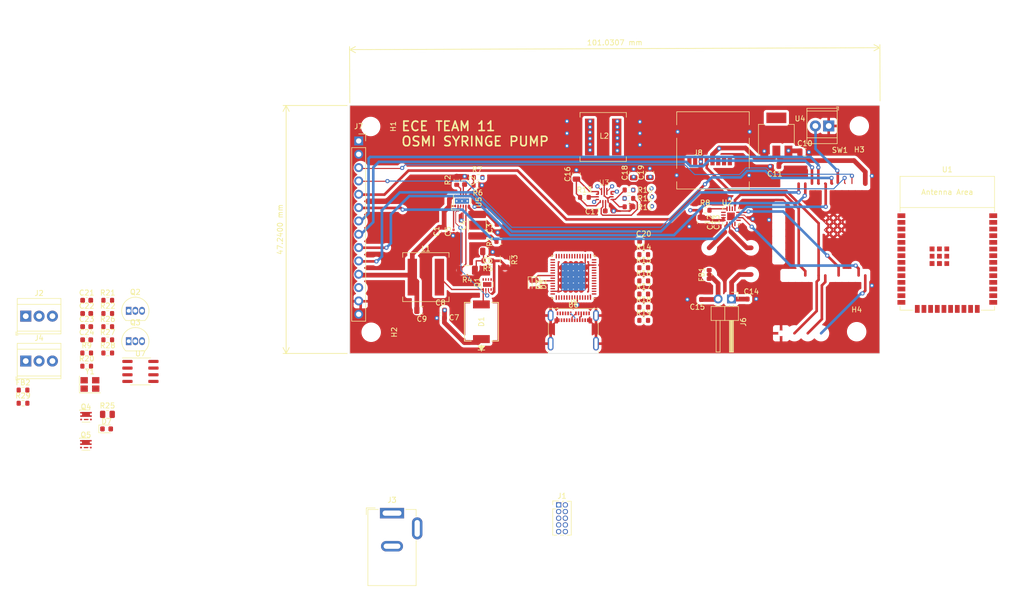
<source format=kicad_pcb>
(kicad_pcb (version 20221018) (generator pcbnew)
  (layers (0 "F.Cu" mixed) (1 "In1.Cu" power) (2 "In2.Cu" power) (31 "B.Cu" signal) (34 "B.Paste" user) (35 "F.Paste" user) (36 "B.SilkS" user "B.Silkscreen") (37 "F.SilkS" user "F.Silkscreen") (38 "B.Mask" user) (39 "F.Mask" user) (44 "Edge.Cuts" user))
  (net 0 "")
  (net 1 "GND")
  (net 2 "+5V")
  (net 3 "Net-(U5-SS)")
  (net 4 "Net-(U5-COMP)")
  (net 5 "Net-(C4-Pad1)")
  (net 6 "Net-(U5-VCC)")
  (net 7 "Net-(C6-Pad2)")
  (net 8 "+12V")
  (net 9 "Net-(J6-Pin_1)")
  (net 10 "Net-(J6-Pin_2)")
  (net 11 "/Power/V_in")
  (net 12 "Net-(U3-VAUX)")
  (net 13 "Net-(D1-A)")
  (net 14 "Net-(U2-OUTP)")
  (net 15 "Net-(U2-OUTN)")
  (net 16 "+3.3V")
  (net 17 "/JTAG_TMS")
  (net 18 "/JTAG_TCK")
  (net 19 "/JTAG_TDO")
  (net 20 "/JTAG_TDI")
  (net 21 "/SCLK")
  (net 22 "/CIPO")
  (net 23 "/COPI")
  (net 24 "Net-(D7-K)")
  (net 25 "/C1_PWM")
  (net 26 "/C1_CS")
  (net 27 "/IO33")
  (net 28 "/IO32")
  (net 29 "/C1_Limit")
  (net 30 "/Power/USB_Vin")
  (net 31 "unconnected-(J7-Pin_9-Pad9)")
  (net 34 "/SD_CS")
  (net 35 "/ESP_EN")
  (net 37 "Net-(U3-L1)")
  (net 38 "Net-(U3-L2)")
  (net 39 "Net-(Q1-G)")
  (net 40 "Net-(Q1-S)")
  (net 41 "Net-(U5-RT)")
  (net 42 "Net-(U5-CS)")
  (net 43 "Net-(U5-FB)")
  (net 44 "Net-(U3-FB)")
  (net 45 "/ESTOP")
  (net 46 "/ESP_IO0_B")
  (net 47 "/TXD")
  (net 48 "/RXD")
  (net 49 "Net-(U7-DI)")
  (net 53 "/Display_RST")
  (net 55 "/Display_DC")
  (net 56 "/Display_CS")
  (net 57 "/IO17")
  (net 58 "/Touch_CS")
  (net 59 "/IO21")
  (net 60 "/IO22")
  (net 62 "Net-(U3-PG)")
  (net 63 "Net-(U3-EN)")
  (net 65 "/SD_MODE")
  (net 66 "+1V2")
  (net 67 "Net-(D2-A)")
  (net 68 "Net-(D3-A)")
  (net 70 "Net-(Q5-D)")
  (net 73 "/usb/PD1_CC1")
  (net 74 "/usb/D+")
  (net 75 "/usb/D-")
  (net 81 "/usb/PD1_CC2")
  (net 85 "/usb/RTS")
  (net 86 "Net-(Q3-B)")
  (net 87 "/usb/DTR")
  (net 88 "Net-(Q2-B)")
  (net 89 "Net-(U6-ADBUS1)")
  (net 90 "Net-(U6-ADBUS0)")
  (net 91 "+3V3")
  (net 92 "/usb/EECS")
  (net 93 "/usb/EECLK")
  (net 94 "/usb/EEDATA")
  (net 100 "Net-(U6-OSCI)")
  (net 101 "Net-(U6-OSCO)")
  (net 116 "Net-(U6-REF)")
  (net 117 "/usb/PD1_SVBUS")
  (net 118 "/usb/TXLED")
  (net 119 "/usb/RXLED")
  (footprint "Resistor_SMD:R_0603_1608Metric" (layer "F.Cu") (at 36.0085 126.256)
    (fp_text reference "R28")
    (fp_text value "10k")
  )
  (footprint "Resistor_SMD:R_0603_1608Metric" (layer "F.Cu") (at 36.0085 118.726)
    (fp_text reference "R22")
    (fp_text value "2k")
  )
  (footprint "Resistor_SMD:R_0603_1608Metric" (layer "F.Cu") (at 110.9 105 180)
    (fp_text reference "R1")
    (fp_text value "3.3k")
  )
  (footprint "Package_TO_SOT_THT:TO-92_Inline" (layer "F.Cu") (at 39.9985 124.006)
    (fp_text reference "Q3")
    (fp_text value "S8050")
  )
  (footprint "MountingHole:MountingHole_3.2mm_M3" (layer "F.Cu") (at 178.7 122.2)
    (fp_text reference "H4")
    (fp_text value "MountingHole")
  )
  (footprint "Connector_PinHeader_1.27mm:PinHeader_2x05_P1.27mm_Vertical" (layer "F.Cu") (at 121.92 155.194)
    (fp_text reference "J1")
    (fp_text value "Conn_02x05_Odd_Even")
  )
  (footprint "Resistor_SMD:R_0603_1608Metric" (layer "F.Cu") (at 19.8685 135.826)
    (fp_text reference "R29")
    (fp_text value "10k")
  )
  (footprint "Capacitor_SMD:C_0603_1608Metric" (layer "F.Cu") (at 31.9985 123.746)
    (fp_text reference "C24")
    (fp_text value ".1u")
  )
  (footprint "Capacitor_SMD:C_0603_1608Metric" (layer "F.Cu") (at 99.4 118.1)
    (fp_text reference "C8")
    (fp_text value "1uF")
  )
  (footprint "Capacitor_SMD:C_0603_1608Metric" (layer "F.Cu") (at 131.575 99.2)
    (fp_text reference "C17")
    (fp_text value "100nF")
  )
  (footprint "Inductor_SMD:L_Coilcraft_XAL8050-223" (layer "F.Cu") (at 96.62 111.8)
    (fp_text reference "L1")
    (fp_text value "2.2uH")
  )
  (footprint "Resistor_SMD:R_0603_1608Metric" (layer "F.Cu") (at 19.8685 133.316)
    (fp_text reference "FB2")
    (fp_text value "FerriteBead")
  )
  (footprint "Resistor_SMD:R_0603_1608Metric" (layer "F.Cu") (at 135.3 96.8)
    (fp_text reference "R12")
    (fp_text value "100k")
  )
  (footprint "Resistor_SMD:R_0603_1608Metric" (layer "F.Cu") (at 108.425 108.7 180)
    (fp_text reference "R5")
    (fp_text value "100")
  )
  (footprint "Capacitor_SMD:C_0603_1608Metric" (layer "F.Cu") (at 110.2 102.525 90)
    (fp_text reference "C3")
    (fp_text value "6.8nF")
  )
  (footprint "Capacitor_SMD:C_0603_1608Metric" (layer "F.Cu") (at 99.375 119.6)
    (fp_text reference "C7")
    (fp_text value "22uF")
  )
  (footprint "Package_DFN_QFN:QFN-16-1EP_3x3mm_P0.5mm_EP1.45x1.45mm" (layer "F.Cu") (at 154.75 100.219746 -90)
    (fp_text reference "U2")
    (fp_text value "~")
  )
  (footprint "Resistor_SMD:R_0603_1608Metric" (layer "F.Cu") (at 138.122 110.004)
    (fp_text reference "R15")
    (fp_text value "10k 1%")
  )
  (footprint "Package_TO_SOT_SMD:SOT-223" (layer "F.Cu") (at 163.4 84.6 90)
    (fp_text reference "U4")
    (fp_text value "AMS1117-3.3")
  )
  (footprint "TerminalBlock_TE-Connectivity:TerminalBlock_TE_282834-3_1x03_P2.54mm_Horizontal" (layer "F.Cu") (at 20.3885 127.786)
    (fp_text reference "J4")
    (fp_text value "C1")
  )
  (footprint "Connector_Card:microSD_HC_Molex_47219-2001" (layer "F.Cu") (at 151.325 87.65 180)
    (fp_text reference "J8")
    (fp_text value "Micro_SD_Card")
  )
  (footprint "Resistor_SMD:R_0603_1608Metric" (layer "F.Cu") (at 138.122 112.514)
    (fp_text reference "R16")
    (fp_text value "1k")
  )
  (footprint "Resistor_SMD:R_0603_1608Metric" (layer "F.Cu") (at 36.0085 116.216)
    (fp_text reference "R21")
    (fp_text value "15k 1%")
  )
  (footprint "Resistor_SMD:R_0603_1608Metric" (layer "F.Cu") (at 36.0085 121.236)
    (fp_text reference "R26")
    (fp_text value "10k")
  )
  (footprint "LED_SMD:LED_0603_1608Metric" (layer "F.Cu") (at 117.602 113.193 -90)
    (fp_text reference "D2")
    (fp_text value "BLUE")
  )
  (footprint "Capacitor_SMD:C_0603_1608Metric" (layer "F.Cu") (at 31.9985 116.216)
    (fp_text reference "C21")
    (fp_text value "18pf")
  )
  (footprint "Resistor_SMD:R_0603_1608Metric" (layer "F.Cu") (at 36.0085 123.746)
    (fp_text reference "R27")
    (fp_text value "10k")
  )
  (footprint "Resistor_SMD:R_0805_2012Metric" (layer "F.Cu") (at 35.9485 137.946)
    (fp_text reference "R25")
    (fp_text value "100")
  )
  (footprint "SL42_E3_57T:CR_2-E3&slash_57T_VIS" (layer "F.Cu") (at 107.2 120.3 90)
    (fp_text reference "D1")
    (fp_text value "D_Schottky")
  )
  (footprint "Inductor_SMD:L_Coilcraft_XAL8050-223" (layer "F.Cu") (at 130.4 85.1)
    (fp_text reference "L2")
    (fp_text value "L")
  )
  (footprint "Resistor_SMD:R_0603_1608Metric" (layer "F.Cu") (at 31.9985 128.766)
    (fp_text reference "R20")
    (fp_text value "100k 1%")
  )
  (footprint "Connector_PinSocket_2.54mm:PinSocket_1x14_P2.54mm_Vertical" (layer "F.Cu") (at 83.82 85.852)
    (fp_text reference "J7")
    (fp_text value "Display Socket")
  )
  (footprint "Capacitor_SMD:C_0805_2012Metric" (layer "F.Cu") (at 136.2 91.925 90)
    (fp_text reference "C18")
    (fp_text value "10uF")
  )
  (footprint "Capacitor_SMD:C_0603_1608Metric" (layer "F.Cu") (at 31.9985 118.726)
    (fp_text reference "C22")
    (fp_text value "18pf")
  )
  (footprint "Connector_PinHeader_2.54mm:PinHeader_1x02_P2.54mm_Horizontal" (layer "F.Cu") (at 154.84 115.957246 -90)
    (fp_text reference "J6")
    (fp_text value "Conn_01x02_Pin")
  )
  (footprint "Capacitor_SMD:C_0603_1608Metric" (layer "F.Cu") (at 150.6 101.332246 -90)
    (fp_text reference "C13")
    (fp_text value "0.1uF")
  )
  (footprint "Resistor_SMD:R_0603_1608Metric" (layer "F.Cu") (at 138.122 117.534)
    (fp_text reference "R18")
    (fp_text value "25")
  )
  (footprint "Capacitor_SMD:C_0603_1608Metric" (layer "F.Cu") (at 138.122 104.984)
    (fp_text reference "C20")
    (fp_text value "3.3u")
  )
  (footprint "Package_TO_SOT_SMD:Vishay_PowerPAK_SC70-6L_Single" (layer "F.Cu") (at 31.8685 138.276)
    (fp_text reference "Q4")
    (fp_text value "PMOS")
  )
  (footprint "Resistor_SMD:R_0603_1608Metric" (layer "F.Cu") (at 106.575 92.8)
    (fp_text reference "R7")
    (fp_text value "27.4")
  )
  (footprint "Package_TO_SOT_SMD:Vishay_PowerPAK_SC70-6L_Single" (layer "F.Cu") (at 31.841 143.622)
    (fp_text reference "Q5")
    (fp_text value "PMOS")
  )
  (footprint "Package_SON:WSON-8-1EP_2x2mm_P0.5mm_EP0.9x1.6mm" (layer "F.Cu") (at 108.3 113.2 90)
    (fp_text reference "Q1")
    (fp_text value "NMOS")
  )
  (footprint "Capacitor_SMD:C_0603_1608Metric" (layer "F.Cu") (at 100.1 103.075 90)
    (fp_text reference "C1")
    (fp_text value "100nF")
  )
  (footprint "Resistor_SMD:R_0603_1608Metric" (layer "F.Cu") (at 150.6 111.297246 90)
    (fp_text reference "FB1")
    (fp_text value "FerriteBead")
  )
  (footprint "Resistor_SMD:R_0603_1608Metric" (layer "F.Cu") (at 138.122 115.024)
    (fp_text reference "R17")
    (fp_text value "1k")
  )
  (footprint "Package_SO:SOIC-8_3.9x4.9mm_P1.27mm" (layer "F.Cu") (at 42.2385 129.766)
    (fp_text reference "U7")
    (fp_text value "93LCxxB")
  )
  (footprint "Resistor_SMD:R_0603_1608Metric" (layer "F.Cu") (at 135.325 98.4)
    (fp_text reference "R11")
    (fp_text value "100k")
  )
  (footprint "TerminalBlock_TE-Connectivity:TerminalBlock_TE_282834-2_1x02_P2.54mm_Horizontal" (layer "F.Cu") (at 173.37 83 180)
    (fp_text reference "SW1")
    (fp_text value "SW_Push")
  )
  (footprint "Resistor_SMD:R_0603_1608Metric" (layer "F.Cu") (at 102.5 93.375 -90)
    (fp_text reference "R2")
    (fp_text value "21k")
  )
  (footprint "Resistor_SMD:R_0603_1608Metric" (layer "F.Cu") (at 106.525 94.3 180)
    (fp_text reference "R6")
    (fp_text value "2.49k")
  )
  (footprint "Crystal:Crystal_SMD_SeikoEpson_FA238-4Pin_3.2x2.5mm" (layer "F.Cu") (at 32.6185 132.246)
    (fp_text reference "Y1")
    (fp_text value "12Mhz")
  )
  (footprint "Resistor_SMD:R_1206_3216Metric" (layer "F.Cu") (at 111.7 108.5 -90)
    (fp_text reference "R3")
    (fp_text value "12m")
  )
  (footprint "Capacitor_SMD:C_0805_2012Metric" (layer "F.Cu") (at 108.4 106.9 180)
    (fp_text reference "C6")
    (fp_text value "1nF")
  )
  (footprint "Capacitor_SMD:C_0603_1608Metric" (layer "F.Cu") (at 148.34 116.057246 180)
    (fp_text reference "C15")
    (fp_text value "220pF")
  )
  (footprint "Resistor_SMD:R_0603_1608Metric" (layer "F.Cu") (at 138.122 107.494)
    (fp_text reference "R14")
    (fp_text value "10k 1%")
  )
  (footprint "Capacitor_SMD:C_0603_1608Metric" (layer "F.Cu") (at 31.9985 121.236)
    (fp_text reference "C23")
    (fp_text value "33nF")
  )
  (footprint "Resistor_SMD:R_0603_1608Metric" (layer "F.Cu") (at 149.825 99.057246)
    (fp_text reference "R8")
    (fp_text value "370k")
  )
  (footprint "Capacitor_SMD:C_0201_0603Metric" (layer "F.Cu") (at 101.9 103.1 90)
    (fp_text reference "C5")
    (fp_text value "1uF")
  )
  (footprint "LED_SMD:LED_0603_1608Metric" (layer "F.Cu") (at 116.84 113.218 -90)
    (fp_text reference "D3")
    (fp_text value "RED")
  )
  (footprint "MountingHole:MountingHole_3.2mm_M3" (layer "F.Cu") (at 179.2 83)
    (fp_text reference "H3")
    (fp_text value "MountingHole")
  )
  (footprint "Capacitor_SMD:C_0603_1608Metric" (layer "F.Cu") (at 104 93.375 -90)
    (fp_text reference "C2")
    (fp_text value "100nF")
  )
  (footprint "Resistor_SMD:R_0603_1608Metric" (layer "F.Cu") (at 126.825 96.6)
    (fp_text reference "R13")
    (fp_text value "10k")
  )
  (footprint "Package_SON:WSON-12-1EP_3x2mm_P0.5mm_EP1x2.65_ThermalVias" (layer "F.Cu") (at 103.5 97.3 90)
    (fp_text reference "U5")
    (fp_text value "~" hide)
  )
  (footprint "TerminalBlock_TE-Connectivity:TerminalBlock_TE_282834-3_1x03_P2.54mm_Horizontal" (layer "F.Cu") (at 20.3885 119.236)
    (fp_text reference "J2")
    (fp_text value "SPI")
  )
  (footprint "Package_DFN_QFN:QFN-56-1EP_8x8mm_P0.5mm_EP4.5x5.2mm_ThermalVias" (layer "F.Cu") (at 124.7295 111.752 180)
    (fp_text reference "U6")
    (fp_text value "~")
  )
  (footprint "Capacitor_SMD:C_0603_1608Metric" (layer "F.Cu") (at 158.625 115.987246)
    (fp_text reference "C14")
    (fp_text value "220pF")
  )
  (footprint "Package_TO_SOT_THT:TO-92_Inline" (layer "F.Cu") (at 39.9985 118.216)
    (fp_text reference "Q2")
    (fp_text value "S8050")
  )
  (footprint "Capacitor_SMD:C_0805_2012Metric" (layer "F.Cu") (at 149.1 101.357246 -90)
    (fp_text reference "C12")
    (fp_text value "10uF")
  )
  (footprint "Resistor_SMD:R_0603_1608Metric" (layer "F.Cu") (at 138.122 120.044)
    (fp_text reference "R19")
    (fp_text value "65")
  )
  (footprint "Resistor_SMD:R_0603_1608Metric" (layer "F.Cu") (at 135.325 95.2 180)
    (fp_text reference "R10")
    (fp_text value "523k")
  )
  (footprint "Resistor_SMD:R_1206_3216Metric" (layer "F.Cu") (at 104.5 110.5 180)
    (fp_text reference "R4")
    (fp_text value "487")
  )
  (footprint "Resistor_SMD:R_0603_1608Metric" (layer "F.Cu") (at 31.9985 126.256)
    (fp_text reference "R9")
    (fp_text value "12k 1%")
  )
  (footprint "Capacitor_SMD:C_0603_1608Metric" (layer "F.Cu") (at 163.1 90.7 180)
    (fp_text reference "C11")
    (fp_text value "22uF")
  )
  (footprint "Capacitor_SMD:C_0805_2012Metric" (layer "F.Cu") (at 95.85 118.1 180)
    (fp_text reference "C9")
    (fp_text value "10uF")
  )
  (footprint "Capacitor_SMD:C_0805_2012Metric" (layer "F.Cu") (at 125.3 92.175 90)
    (fp_text reference "C16")
    (fp_text value "10uF")
  )
  (footprint "Capacitor_SMD:C_0805_2012Metric" (layer "F.Cu") (at 168.825 88)
    (fp_text reference "C10")
    (fp_text value "10uF")
  )
  (footprint "LED_SMD:LED_0603_1608Metric" (layer "F.Cu") (at 35.7885 140.716)
    (fp_text reference "D7")
    (fp_text value "RED")
  )
  (footprint "MountingHole:MountingHole_3.2mm_M3" (layer "F.Cu") (at 86.2 122.3)
    (fp_text reference "H2")
    (fp_text value "MountingHole")
  )
  (footprint "OSMI-parts:VQFN-15-1EP-2.5x3mm_P0.5mm" (layer "F.Cu") (at 130.6 96.25 90)
    (fp_text reference "U3")
    (fp_text value "~")
  )
  (footprint "Capacitor_SMD:C_0805_2012Metric" (layer "F.Cu") (at 139.3 91.875 90)
    (fp_text reference "C19")
    (fp_text value "47uF")
  )
  (footprint "Connector_USB:USB_C_Receptacle_Molex_105450-0101" (layer "F.Cu") (at 124.714 121.92)
    (fp_text reference "J5")
    (fp_text value "USB_C_Receptacle")
  )
  (footprint "Connector_BarrelJack:BarrelJack_GCT_DCJ200-10-A_Horizontal" (layer "F.Cu") (at 90.17 156.768)
    (fp_text reference "J3")
    (fp_text value "Barrel_Jack")
  )
  (footprint "PCM_Espressif:ESP32-WROOM-32E" (layer "F.Cu") (at 195.966 107.106)
    (fp_text reference "U1")
    (fp_text value "ESP32-WROOM-E")
  )
  (footprint "MountingHole:MountingHole_3.2mm_M3" (layer "F.Cu") (at 86.1 83.1)
    (fp_text reference "H1")
    (fp_text value "MountingHole")
  )
  (footprint "Capacitor_SMD:C_1812_4532Metric" (layer "F.Cu") (at 106.4 101.9 90)
    (fp_text reference "C4")
    (fp_text value "15nF")
  )
  (gr_rect (start 82.13 79.1) (end 183.07 126.34) (stroke (width 0.1)) (fill none) (layer "Edge.Cuts"))
  (gr_text "ECE TEAM 11 \nOSMI SYRINGE PUMP" (at 91.8 87) (layer "F.SilkS") (effects (font (size 1.8 1.8) (thickness 0.3)) (justify left bottom)))
  (dimension (type aligned) (layer "F.SilkS") (pts (xy 82.13 79.1) (xy 183.16 78.73)) (height -10.642682) (gr_text "101.0307 mm" (at 132.601812 67.122397 0.2098321651) (layer "F.SilkS") (effects (font (size 1 1) (thickness 0.15)))) (format (prefix "") (suffix "") (units 3) (units_format 1) (precision 4)) (style (thickness 0.15) (arrow_length 1.27) (text_position_mode 0) (extension_height 0.58642) (extension_offset 0.5) keep_text_aligned))
  (dimension (type aligned) (layer "F.SilkS") (pts (xy 82.13 79.1) (xy 82.13 126.34)) (height 12.13) (gr_text "47.2400 mm" (at 68.85 102.72 90) (layer "F.SilkS") (effects (font (size 1 1) (thickness 0.15)))) (format (prefix "") (suffix "") (units 3) (units_format 1) (precision 4)) (style (thickness 0.15) (arrow_length 1.27) (text_position_mode 0) (extension_height 0.58642) (extension_offset 0.5) keep_text_aligned))
  (segment (start 162 98.29) (end 163.27 97.02) (width 0.25) (layer "F.Cu") (net 1))
  (segment (start 97.115 118.1) (end 97.015 118) (width 0.9) (layer "F.Cu") (net 1))
  (segment (start 98.625 118.1) (end 97.115 118.1) (width 0.9) (layer "F.Cu") (net 1))
  (segment (start 126.8295 109.502) (end 126.7295 109.402) (width 0.25) (layer "F.Cu") (net 1))
  (segment (start 131.3 96.7) (end 131.5 96.7) (width 0.25) (layer "F.Cu") (net 1))
  (segment (start 163.27 97.02) (end 163.85 97.02) (width 0.25) (layer "F.Cu") (net 1))
  (segment (start 130.6 95.65) (end 130.6 91.1) (width 0.25) (layer "F.Cu") (net 1))
  (segment (start 128.667 109.502) (end 126.8295 109.502) (width 0.25) (layer "F.Cu") (net 1))
  (segment (start 155.614492 102.757246) (end 155.9 102.757246) (width 0.25) (layer "F.Cu") (net 1))
  (segment (start 158.9 100.7) (end 158 100.7) (width 0.15) (layer "F.Cu") (net 1))
  (segment (start 111.725 104.725) (end 110.3 103.3) (width 0.5) (layer "F.Cu") (net 1))
  (segment (start 105.025 96.35) (end 105.9 97.225) (width 0.15) (layer "F.Cu") (net 1))
  (segment (start 129.138201 97) (end 128.662701 97.4755) (width 0.25) (layer "F.Cu") (net 1))
  (segment (start 154.5 98.782246) (end 154.5 96.8505) (width 0.15) (layer "F.Cu") (net 1))
  (segment (start 158 100.7) (end 157.269746 99.969746) (width 0.15) (layer "F.Cu") (net 1))
  (segment (start 110.9 107.1) (end 109.45 107.1) (width 0.5) (layer "F.Cu") (net 1))
  (segment (start 105.9 97.225) (end 105.9 98.4) (width 0.15) (layer "F.Cu") (net 1))
  (segment (start 149.125 102.107246) (end 149.1 102.132246) (width 0.9) (layer "F.Cu") (net 1))
  (segment (start 155 102.142754) (end 155.614492 102.757246) (width 0.25) (layer "F.Cu") (net 1))
  (segment (start 98.6 119.6) (end 98.6 118.125) (width 0.9) (layer "F.Cu") (net 1))
  (segment (start 109.45 107.1) (end 109.35 107) (width 0.5) (layer "F.Cu") (net 1))
  (segment (start 101.85 103.85) (end 101.875 103.85) (width 0.25) (layer "F.Cu") (net 1))
  (segment (start 126.9795 107.8145) (end 126.9795 109.152) (width 0.25) (layer "F.Cu") (net 1))
  (segment (start 100.1 103.85) (end 101.75 103.85) (width 0.9) (layer "F.Cu") (net 1))
  (segment (start 98.6 118.125) (end 98.625 118.1) (width 0.9) (layer "F.Cu") (net 1))
  (segment (start 155 101.657246) (end 155 102.142754) (width 0.25) (layer "F.Cu") (net 1))
  (segment (start 101.75 103.85) (end 101.8 103.9) (width 0.9) (layer "F.Cu") (net 1))
  (segment (start 132.4 99.2) (end 135.35 99.2) (width 0.25) (layer "F.Cu") (net 1))
  (segment (start 149.1 102.132246) (end 146.825 102.132246) (width 0.5) (layer "F.Cu") (net 1))
  (segment (start 131.7 96.5) (end 132.1 96.5) (width 0.25) (layer "F.Cu") (net 1))
  (segment (start 157.269746 99.969746) (end 156.1875 99.969746) (width 0.15) (layer "F.Cu") (net 1))
  (segment (start 126.9795 109.152) (end 126.7295 109.402) (width 0.25) (layer "F.Cu") (net 1))
  (segment (start 150.6 102.107246) (end 149.125 102.107246) (width 0.9) (layer "F.Cu") (net 1))
  (segment (start 101.8 103.9) (end 101.85 103.85) (width 0.25) (layer "F.Cu") (net 1))
  (segment (start 181.61 113.39) (end 181.6 113.4) (width 0.25) (layer "F.Cu") (net 1))
  (segment (start 104 92.6) (end 102.55 92.6) (width 0.9) (layer "F.Cu") (net 1))
  (segment (start 104.75 96.35) (end 105.025 96.35) (width 0.15) (layer "F.Cu") (net 1))
  (segment (start 103.75 98.25) (end 103.75 100.65) (width 0.15) (layer "F.Cu") (net 1))
  (segment (start 103.75 100.65) (end 103.4 101) (width 0.15) (layer "F.Cu") (net 1))
  (segment (start 122.3295 114.502) (end 122.7295 114.102) (width 0.25) (layer "F.Cu") (net 1))
  (segment (start 131.5 96.7) (end 131.7 96.5) (width 0.25) (layer "F.Cu") (net 1))
  (segment (start 111.725 105) (end 111.725 104.725) (width 0.5) (layer "F.Cu") (net 1))
  (segment (start 181.61 111.48) (end 181.61 113.39) (width 0.25) (layer "F.Cu") (net 1))
  (segment (start 130.6 96.249534) (end 131.050466 96.7) (width 0.25) (layer "F.Cu") (net 1))
  (segment (start 146.825 102.132246) (end 146.8 102.157246) (width 0.5) (layer "F.Cu") (net 1))
  (segment (start 101.875 103.85) (end 101.9 103.875) (width 0.25) (layer "F.Cu") (net 1))
  (segment (start 102.55 92.6) (end 102.5 92.55) (width 0.9) (layer "F.Cu") (net 1))
  (segment (start 131.050466 96.7) (end 131.3 96.7) (width 0.25) (layer "F.Cu") (net 1))
  (segment (start 131.3 96.7) (end 131.3 97.35) (width 0.25) (layer "F.Cu") (net 1))
  (segment (start 162 100.9) (end 162 98.29) (width 0.25) (layer "F.Cu") (net 1))
  (segment (start 147.24 116.057246) (end 146.44 116.057246) (width 0.25) (layer "F.Cu") (net 1))
  (segment (start 181.61 93.98) (end 181.61 92.51) (width 0.25) (layer "F.Cu") (net 1))
  (segment (start 131.3 97.35) (end 131.35 97.4) (width 0.25) (layer "F.Cu") (net 1))
  (segment (start 135.35 99.2) (end 136.15 98.4) (width 0.25) (layer "F.Cu") (net 1))
  (segment (start 120.792 114.502) (end 122.3295 114.502) (width 0.25) (layer "F.Cu") (net 1))
  (via (at 162.2 90.7) (size 0.8) (drill 0.4) (layers "F.Cu" "B.Cu") (net 1))
  (via (at 158.2 92.4) (size 0.8) (drill 0.4) (layers "F.Cu" "B.Cu") (net 1))
  (via (at 123.5 86.8) (size 0.8) (drill 0.4) (layers "F.Cu" "B.Cu") (net 1))
  (via (at 136.2 91.2) (size 0.8) (drill 0.4) (layers "F.Cu" "B.Cu") (net 1))
  (via (at 137.4 84.4) (size 0.8) (drill 0.4) (layers "F.Cu" "B.Cu") (net 1))
  (via (at 123.5 82.1) (size 0.8) (drill 0.4) (layers "F.Cu" "B.Cu") (net 1))
  (via (at 149 89.8) (size 0.8) (drill 0.4) (layers "F.Cu" "B.Cu") (net 1))
  (via (at 155.9 102.757246) (size 0.8) (drill 0.4) (layers "F.Cu" "B.Cu") (net 1))
  (via (at 128.662701 97.4755) (size 0.8) (drill 0.4) (layers "F.Cu" "B.Cu") (net 1))
  (via (at 110.3 103.3) (size 0.8) (drill 0.4) (layers "F.Cu" "B.Cu") (net 1))
  (via (at 181.6 113.4) (size 0.8) (drill 0.4) (layers "F.Cu" "B.Cu") (net 1))
  (via (at 158.3 84.1) (size 0.8) (drill 0.4) (layers "F.Cu" "B.Cu") (net 1))
  (via (at 123.5 84.4) (size 0.8) (drill 0.4) (layers "F.Cu" "B.Cu") (net 1))
  (via (at 146.44 116.057246) (size 0.8) (drill 0.4) (layers "F.Cu" "B.Cu") (net 1))
  (via (at 181.61 92.51) (size 0.8) (drill 0.4) (layers "F.Cu" "B.Cu") (net 1))
  (via (at 144.6 84.1) (size 0.8) (drill 0.4) (layers "F.Cu" "B.Cu") (net 1))
  (via (at 146.8 102.157246) (size 0.8) (drill 0.4) (layers "F.Cu" "B.Cu") (net 1))
  (via (at 125.3 91.4) (size 0.8) (drill 0.4) (layers "F.Cu" "B.Cu") (net 1))
  (via (at 101.8 103.9) (size 0.8) (drill 0.4) (layers "F.Cu" "B.Cu") (net 1))
  (via (at 161.1 87.8) (size 0.8) (drill 0.4) (layers "F.Cu" "B.Cu") (net 1))
  (via (at 104 92.6) (size 0.8) (drill 0.4) (layers "F.Cu" "B.Cu") (net 1))
  (via (at 137.4 82.2) (size 0.8) (drill 0.4) (layers "F.Cu" "B.Cu") (net 1))
  (via (at 109.35 107) (size 0.8) (drill 0.4) (layers "F.Cu" "B.Cu") (net 1))
  (via (at 154.5 96.8505) (size 0.8) (drill 0.4) (layers "F.Cu" "B.Cu") (net 1))
  (via (at 169.6 88) (size 0.8) (drill 0.4) (layers "F.Cu" "B.Cu") (net 1))
  (via (at 137.4 86.6) (size 0.8) (drill 0.4) (layers "F.Cu" "B.Cu") (net 1))
  (via (at 158.9 100.7) (size 0.8) (drill 0.4) (layers "F.Cu" "B.Cu") (net 1))
  (via (at 105.9 98.4) (size 0.8) (drill 0.4) (layers "F.Cu" "B.Cu") (net 1))
  (via (at 103.4 101) (size 0.8) (drill 0.4) (layers "F.Cu" "B.Cu") (net 1))
  (via (at 162 100.9) (size 0.8) (drill 0.4) (layers "F.Cu" "B.Cu") (net 1))
  (via (at 144.4 92.4) (size 0.8) (drill 0.4) (layers "F.Cu" "B.Cu") (net 1))
  (via (at 159.5575 115.957246) (size 0.8) (drill 0.4) (layers "F.Cu" "B.Cu") (net 1))
  (via (at 139.3 91.1) (size 0.8) (drill 0.4) (layers "F.Cu" "B.Cu") (net 1))
  (via (at 107.3 94.3) (size 0.8) (drill 0.4) (layers "F.Cu" "B.Cu") (net 1))
  (via (at 132.4 99.2) (size 0.8) (drill 0.4) (layers "F.Cu" "B.Cu") (net 1))
  (via (at 98.7 119.6) (size 0.8) (drill 0.4) (layers "F.Cu" "B.Cu") (net 1))
  (segment (start 131.9 95.7) (end 132.1 95.5) (width 0.25) (layer "F.Cu") (net 2))
  (segment (start 165.95 88) (end 165.7 87.75) (width 0.9) (layer "F.Cu") (net 2))
  (segment (start 167.625 87.75) (end 167.875 88) (width 0.9) (layer "F.Cu") (net 2))
  (segment (start 165.7 87.75) (end 167.625 87.75) (width 0.9) (layer "F.Cu") (net 2))
  (segment (start 147 99.057246) (end 149 99.057246) (width 0.5) (layer "F.Cu") (net 2))
  (segment (start 153.3125 100.969746) (end 151.0125 100.969746) (width 0.5) (layer "F.Cu") (net 2))
  (segment (start 132.1 95.5) (end 133 95.5) (width 0.25) (layer "F.Cu") (net 2))
  (segment (start 131.9 95.8) (end 131.9 95.7) (width 0.25) (layer "F.Cu") (net 2))
  (segment (start 149.1 100.582246) (end 150.575 100.582246) (width 0.9) (layer "F.Cu") (net 2))
  (segment (start 149 100.482246) (end 149.1 100.582246) (width 0.5) (layer "F.Cu") (net 2))
  (segment (start 153.3125 100.969746) (end 153.3125 100.544746) (width 0.5) (layer "F.Cu") (net 2))
  (segment (start 150.575 100.582246) (end 150.6 100.557246) (width 0.9) (layer "F.Cu") (net 2))
  (segment (start 132.1 96) (end 131.9 95.8) (width 0.25) (layer "F.Cu") (net 2))
  (segment (start 151.0125 100.969746) (end 150.6 100.557246) (width 0.5) (layer "F.Cu") (net 2))
  (segment (start 149 99.057246) (end 149 100.482246) (width 0.5) (layer "F.Cu") (net 2))
  (via (at 139.7 98.3) (size 0.8) (drill 0.4) (layers "F.Cu" "B.Cu") (net 2))
  (via (at 139.6 94.9) (size 0.8) (drill 0.4) (layers "F.Cu" "B.Cu") (net 2))
  (via (at 136.2 92.7) (size 0.8) (drill 0.4) (layers "F.Cu" "B.Cu") (net 2))
  (via (at 136.1 95.2) (size 0.8) (drill 0.4) (layers "F.Cu" "B.Cu") (net 2))
  (via (at 134.5 96.8) (size 0.8) (drill 0.4) (layers "F.Cu" "B.Cu") (net 2))
  (via (at 147 99.057246) (size 0.8) (drill 0.4) (layers "F.Cu" "B.Cu") (net 2))
  (via (at 139.7 96.5) (size 0.8) (drill 0.4) (layers "F.Cu" "B.Cu") (net 2))
  (via (at 139.4 92.7) (size 0.8) (drill 0.4) (layers "F.Cu" "B.Cu") (net 2))
  (via (at 133 95.5) (size 0.8) (drill 0.4) (layers "F.Cu" "B.Cu") (net 2))
  (via (at 165.7 87.7) (size 0.8) (drill 0.4) (layers "F.Cu" "B.Cu") (net 2))
  (segment (start 103.75 94.4) (end 103.75 96.35) (width 0.25) (layer "F.Cu") (net 3))
  (segment (start 104 94.15) (end 103.75 94.4) (width 0.25) (layer "F.Cu") (net 3))
  (segment (start 106.4 99.85) (end 106.147918 99.85) (width 0.5) (layer "F.Cu") (net 4))
  (segment (start 106.147918 99.85) (end 104.825 98.527082) (width 0.5) (layer "F.Cu") (net 4))
  (segment (start 108.3 99.85) (end 110.2 101.75) (width 0.5) (layer "F.Cu") (net 4))
  (segment (start 106.4 99.85) (end 108.3 99.85) (width 0.5) (layer "F.Cu") (net 4))
  (segment (start 104.825 98.527082) (end 104.825 98.25) (width 0.5) (layer "F.Cu") (net 4))
  (segment (start 106.4 103.95) (end 109.025 103.95) (width 0.5) (layer "F.Cu") (net 5))
  (segment (start 109.025 103.95) (end 110.075 105) (width 0.5) (layer "F.Cu") (net 5))
  (segment (start 106.85 103.725) (end 106.9 103.675) (width 0.25) (layer "F.Cu") (net 5))
  (segment (start 102.7 98.825) (end 102.75 98.775) (width 0.25) (layer "F.Cu") (net 6))
  (segment (start 102.311396 98.825) (end 102.7 98.825) (width 0.25) (layer "F.Cu") (net 6))
  (segment (start 101.9 99.236396) (end 102.311396 98.825) (width 0.25) (layer "F.Cu") (net 6))
  (segment (start 102.75 98.775) (end 102.75 98.25) (width 0.25) (layer "F.Cu") (net 6))
  (segment (start 101.9 102.325) (end 101.9 99.236396) (width 0.25) (layer "F.Cu") (net 6))
  (segment (start 106.225 108.7) (end 106.225 110.2375) (width 0.25) (layer "F.Cu") (net 7))
  (segment (start 106.225 110.2375) (end 105.9625 110.5) (width 0.25) (layer "F.Cu") (net 7))
  (segment (start 106.225 108.7) (end 107.6 108.7) (width 0.25) (layer "F.Cu") (net 7))
  (segment (start 107.6 108.7) (end 107.6 107.1) (width 0.25) (layer "F.Cu") (net 7))
  (segment (start 100.175 119.575) (end 100.15 119.6) (width 0.9) (layer "F.Cu") (net 8))
  (segment (start 100.15 119.6) (end 100.15 120.452296) (width 0.9) (layer "F.Cu") (net 8))
  (segment (start 106.5498 124.2552) (end 107.2 123.605) (width 0.9) (layer "F.Cu") (net 8))
  (segment (start 103.952904 124.2552) (end 106.5498 124.2552) (width 0.9) (layer "F.Cu") (net 8))
  (segment (start 100.175 118.1) (end 100.175 119.575) (width 0.9) (layer "F.Cu") (net 8))
  (segment (start 100.15 120.452296) (end 103.952904 124.2552) (width 0.9) (layer "F.Cu") (net 8))
  (via (at 100.2 118.1) (size 0.8) (drill 0.4) (layers "F.Cu" "B.Cu") (net 8))
  (via (at 107.4 92.9) (size 0.8) (drill 0.4) (layers "F.Cu" "B.Cu") (net 8))
  (segment (start 157.3325 115.987246) (end 154.87 115.987246) (width 0.9) (layer "F.Cu") (net 9))
  (segment (start 154.875 112.782246) (end 154.875 115.022246) (width 0.9) (layer "F.Cu") (net 9))
  (segment (start 158.6 111.297246) (end 156.36 111.297246) (width 0.9) (layer "F.Cu") (net 9))
  (segment (start 156.36 111.297246) (end 154.875 112.782246) (width 0.9) (layer "F.Cu") (net 9))
  (segment (start 152.3 115.957246) (end 152.3 112.997246) (width 0.9) (layer "F.Cu") (net 10))
  (segment (start 149.115 116.057246) (end 152.2 116.057246) (width 0.9) (layer "F.Cu") (net 10))
  (segment (start 152.3 112.997246) (end 150.6 111.297246) (width 0.9) (layer "F.Cu") (net 10))
  (segment (start 94.9 117.435) (end 94.9 112.66) (width 0.9) (layer "F.Cu") (net 11))
  (segment (start 101.1 98.3) (end 101.1 96.9) (width 0.9) (layer "F.Cu") (net 11))
  (segment (start 129.85 97.4) (end 129.05 98.2) (width 0.25) (layer "F.Cu") (net 11))
  (segment (start 84.3 111.42) (end 93.66 111.42) (width 0.9) (layer "F.Cu") (net 11))
  (segment (start 129.3 95.5) (end 127.85 95.5) (width 0.25) (layer "F.Cu") (net 11))
  (segment (start 94.04 111.8) (end 94.04 107.4) (width 0.9) (layer "F.Cu") (net 11))
  (segment (start 93.66 111.42) (end 94.04 111.8) (width 0.9) (layer "F.Cu") (net 11))
  (segment (start 102.25 98.25) (end 101.15 98.25) (width 0.25) (layer "F.Cu") (net 11))
  (segment (start 101.1 96.9) (end 101.4 96.6) (width 0.9) (layer "F.Cu") (net 11))
  (segment (start 100.1 102.3) (end 100.1 99.3) (width 0.9) (layer "F.Cu") (net 11))
  (segment (start 127.85 95.5) (end 125.3 92.95) (width 0.25) (layer "F.Cu") (net 11))
  (segment (start 129.5 95.8) (end 129.3 96) (width 0.25) (layer "F.Cu") (net 11))
  (segment (start 94.9 112.66) (end 94.04 111.8) (width 0.9) (layer "F.Cu") (net 11))
  (segment (start 127.3 98.2) (end 126 96.9) (width 0.25) (layer "F.Cu") (net 11))
  (segment (start 84.2 111.32) (end 84.3 111.42) (width 0.9) (layer "F.Cu") (net 11))
  (segment (start 125.3 95.9) (end 126 96.6) (width 0.25) (layer "F.Cu") (net 11))
  (segment (start 100.1 99.3) (end 101.1 98.3) (width 0.9) (layer "F.Cu") (net 11))
  (segment (start 129.3 95.5) (end 129.5 95.7) (width 0.25) (layer "F.Cu") (net 11))
  (segment (start 101.15 98.25) (end 101.1 98.3) (width 0.25) (layer "F.Cu") (net 11))
  (segment (start 94.04 107.4) (end 99.14 102.3) (width 0.9) (layer "F.Cu") (net 11))
  (segment (start 129.05 98.2) (end 127.3 98.2) (width 0.25) (layer "F.Cu") (net 11))
  (segment (start 129.5 95.7) (end 129.5 95.8) (width 0.25) (layer "F.Cu") (net 11))
  (segment (start 125.3 92.95) (end 125.3 95.9) (width 0.25) (layer "F.Cu") (net 11))
  (segment (start 99.14 102.3) (end 100.1 102.3) (width 0.9) (layer "F.Cu") (net 11))
  (segment (start 101.65 96.35) (end 101.4 96.6) (width 0.25) (layer "F.Cu") (net 11))
  (segment (start 102.25 96.35) (end 101.65 96.35) (width 0.25) (layer "F.Cu") (net 11))
  (segment (start 130.85 97.4) (end 130.85 99.15) (width 0.25) (layer "F.Cu") (net 12))
  (segment (start 101.55 114.15) (end 99.2 111.8) (width 0.25) (layer "F.Cu") (net 13))
  (segment (start 107.55 116.645) (end 107.2 116.995) (width 0.25) (layer "F.Cu") (net 13))
  (segment (start 107.55 114.15) (end 107.55 116.645) (width 0.25) (layer "F.Cu") (net 13))
  (segment (start 107.55 114.15) (end 101.55 114.15) (width 0.25) (layer "F.Cu") (net 13))
  (segment (start 153.6 103.217246) (end 150.6 106.217246) (width 0.9) (layer "F.Cu") (net 14))
  (segment (start 153.6 102.057246) (end 154 101.657246) (width 0.25) (layer "F.Cu") (net 14))
  (segment (start 153.6 103.217246) (end 153.6 102.057246) (width 0.25) (layer "F.Cu") (net 14))
  (segment (start 154.5 101.657246) (end 154.5 102.957246) (width 0.25) (layer "F.Cu") (net 15))
  (segment (start 158.6 106.217246) (end 157.76 106.217246) (width 0.9) (layer "F.Cu") (net 15))
  (segment (start 154.5 102.957246) (end 154.7 103.157246) (width 0.25) (layer "F.Cu") (net 15))
  (segment (start 157.76 106.217246) (end 154.7 103.157246) (width 0.9) (layer "F.Cu") (net 15))
  (segment (start 163.875 90.225) (end 164.5 89.6) (width 0.9) (layer "F.Cu") (net 16))
  (segment (start 164.5 89.6) (end 178.2 89.6) (width 0.9) (layer "F.Cu") (net 16))
  (segment (start 178.2 89.6) (end 180.34 91.74) (width 0.9) (layer "F.Cu") (net 16))
  (segment (start 151.23 88.47) (end 152.4 87.3) (width 0.9) (layer "F.Cu") (net 16))
  (segment (start 163.4 88.5) (end 164.5 89.6) (width 0.9) (layer "F.Cu") (net 16))
  (segment (start 151.23 89.75) (end 151.23 88.47) (width 0.9) (layer "F.Cu") (net 16))
  (segment (start 152.5 87.2) (end 157.5 87.2) (width 0.9) (layer "F.Cu") (net 16))
  (segment (start 170.18 90.92) (end 170.2 90.9) (width 0.5) (layer "F.Cu") (net 16))
  (segment (start 152.5 87.3) (end 152.5 87.2) (width 0.9) (layer "F.Cu") (net 16))
  (segment (start 170.18 93.98) (end 170.18 90.92) (width 0.5) (layer "F.Cu") (net 16))
  (segment (start 152.4 87.3) (end 152.5 87.3) (width 0.9) (layer "F.Cu") (net 16))
  (segment (start 159.7 89.4) (end 162.5 89.4) (width 0.9) (layer "F.Cu") (net 16))
  (segment (start 163.875 90.7) (end 163.875 90.225) (width 0.9) (layer "F.Cu") (net 16))
  (segment (start 180.34 91.74) (end 180.34 93.98) (width 0.9) (layer "F.Cu") (net 16))
  (segment (start 157.5 87.2) (end 159.7 89.4) (width 0.9) (layer "F.Cu") (net 16))
  (segment (start 163.4 87.75) (end 163.4 88.5) (width 0.9) (layer "F.Cu") (net 16))
  (segment (start 162.5 89.4) (end 163.4 88.5) (width 0.9) (layer "F.Cu") (net 16))
  (segment (start 152.5 87.2) (end 152.5 87.2) (width 0.9) (layer "F.Cu") (net 16))
  (via (at 152.5 87.3) (size 0.8) (drill 0.4) (layers "F.Cu" "B.Cu") (net 16))
  (via (at 170.2 90.9) (size 0.8) (drill 0.4) (layers "F.Cu" "B.Cu") (net 16))
  (segment (start 168.9 89.6) (end 170.2 90.9) (width 0.5) (layer "B.Cu") (net 16))
  (segment (start 149.45 90.65) (end 150.5 89.6) (width 0.5) (layer "B.Cu") (net 16))
  (segment (start 86.6 90.9) (end 87.65 89.85) (width 0.5) (layer "B.Cu") (net 16))
  (segment (start 147.017768 90.65) (end 149.45 90.65) (width 0.5) (layer "B.Cu") (net 16))
  (segment (start 146.217768 89.85) (end 147.017768 90.65) (width 0.5) (layer "B.Cu") (net 16))
  (segment (start 86.6 101.3) (end 86.6 90.9) (width 0.5) (layer "B.Cu") (net 16))
  (segment (start 150.5 89.6) (end 168.9 89.6) (width 0.5) (layer "B.Cu") (net 16))
  (segment (start 84.2 103.7) (end 86.6 101.3) (width 0.5) (layer "B.Cu") (net 16))
  (segment (start 87.65 89.85) (end 146.217768 89.85) (width 0.5) (layer "B.Cu") (net 16))
  (segment (start 165.33995 95.42) (end 171.45 101.53005) (width 0.5) (layer "F.Cu") (net 21))
  (segment (start 154.55 95.42) (end 165.33995 95.42) (width 0.5) (layer "F.Cu") (net 21))
  (segment (start 171.08 118.26) (end 171.08 112.68) (width 0.5) (layer "F.Cu") (net 21))
  (segment (start 171.08 112.68) (end 171.45 112.31) (width 0.5) (layer "F.Cu") (net 21))
  (segment (start 166.84 122.5) (end 171.08 118.26) (width 0.5) (layer "F.Cu") (net 21))
  (segment (start 150.13 89.75) (end 150.13 91) (width 0.5) (layer "F.Cu") (net 21))
  (segment (start 150.13 91) (end 154.55 95.42) (width 0.5) (layer "F.Cu") (net 21))
  (segment (start 167.6 95.7) (end 167.64 95.66) (width 0.5) (layer "F.Cu") (net 21))
  (segment (start 171.45 101.53005) (end 171.45 111.48) (width 0.5) (layer "F.Cu") (net 21))
  (segment (start 171.4 90.9) (end 171.4 93.93) (width 0.5) (layer "F.Cu") (net 21))
  (segment (start 87.2 108.8) (end 84.22 108.8) (width 0.5) (layer "F.Cu") (net 21))
  (segment (start 167.64 93.98) (end 167.64 95.66) (width 0.5) (layer "F.Cu") (net 21))
  (segment (start 84.22 108.8) (end 84.2 108.78) (width 0.5) (layer "F.Cu") (net 21))
  (segment (start 171.4 93.93) (end 171.45 93.98) (width 0.5) (layer "F.Cu") (net 21))
  (segment (start 171.45 112.31) (end 171.45 111.48) (width 0.5) (layer "F.Cu") (net 21))
  (via (at 171.4 90.9) (size 0.8) (drill 0.4) (layers "F.Cu" "B.Cu") (net 21))
  (via (at 167.64 95.66) (size 0.8) (drill 0.4) (layers "F.Cu" "B.Cu") (net 21))
  (via (at 87.2 108.8) (size 0.8) (drill 0.4) (layers "F.Cu" "B.Cu") (net 21))
  (segment (start 84.2 101.16) (end 85.7 99.66) (width 0.5) (layer "B.Cu") (net 21))
  (segment (start 88.25 107.85) (end 87.3 108.8) (width 0.5) (layer "B.Cu") (net 21))
  (segment (start 91.65 95.65) (end 88.2 99.1) (width 0.5) (layer "B.Cu") (net 21))
  (segment (start 88.2 99.1) (end 88.25 99.15) (width 0.5) (layer "B.Cu") (net 21))
  (segment (start 113.014949 103.1) (end 105.564949 95.65) (width 0.5) (layer "B.Cu") (net 21))
  (segment (start 171.4 90.9) (end 171.3 90.8) (width 0.5) (layer "B.Cu") (net 21))
  (segment (start 148.84 95.66) (end 141.4 103.1) (width 0.5) (layer "B.Cu") (net 21))
  (segment (start 88.25 99.15) (end 88.25 107.85) (width 0.5) (layer "B.Cu") (net 21))
  (segment (start 141.4 103.1) (end 113.014949 103.1) (width 0.5) (layer "B.Cu") (net 21))
  (segment (start 86 88.9) (end 169.9 88.9) (width 0.5) (layer "B.Cu") (net 21))
  (segment (start 105.564949 95.65) (end 91.65 95.65) (width 0.5) (layer "B.Cu") (net 21))
  (segment (start 171.4 90.4) (end 171.4 90.9) (width 0.5) (layer "B.Cu") (net 21))
  (segment (start 87.3 108.8) (end 87.2 108.8) (width 0.5) (layer "B.Cu") (net 21))
  (segment (start 169.9 88.9) (end 171.4 90.4) (width 0.5) (layer "B.Cu") (net 21))
  (segment (start 85.7 89.2) (end 86 88.9) (width 0.5) (layer "B.Cu") (net 21))
  (segment (start 167.64 95.66) (end 148.84 95.66) (width 0.5) (layer "B.Cu") (net 21))
  (segment (start 85.7 99.66) (end 85.7 89.2) (width 0.5) (layer "B.Cu") (net 21))
  (segment (start 172.72 112.73) (end 172.07 113.38) (width 0.5) (layer "F.Cu") (net 22))
  (segment (start 172.07 119.81) (end 169.38 122.5) (width 0.5) (layer "F.Cu") (net 22))
  (segment (start 172.07 113.38) (end 172.07 119.81) (width 0.5) (layer "F.Cu") (net 22))
  (segment (start 172.72 111.48) (end 172.72 112.73) (width 0.5) (layer "F.Cu") (net 22))
  (segment (start 91.875 98.62) (end 84.2 98.62) (width 0.5) (layer "F.Cu") (net 23))
  (segment (start 180.34 114.36) (end 180.34 111.48) (width 0.5) (layer "F.Cu") (net 23))
  (segment (start 172.8 94.06) (end 172.72 93.98) (width 0.5) (layer "F.Cu") (net 23))
  (segment (start 172.8 98.4) (end 172.8 94.06) (width 0.5) (layer "F.Cu") (net 23))
  (segment (start 179.8 114.9) (end 180.34 114.36) (width 0.5) (layer "F.Cu") (net 23))
  (segment (start 92.2 98.945) (end 91.875 98.62) (width 0.5) (layer "F.Cu") (net 23))
  (via (at 92.2 98.945) (size 0.8) (drill 0.4) (layers "F.Cu" "B.Cu") (net 23))
  (via (at 179.8 114.9) (size 0.8) (drill 0.4) (layers "F.Cu" "B.Cu") (net 23))
  (via (at 172.8 98.4) (size 0.8) (drill 0.4) (layers "F.Cu" "B.Cu") (net 23))
  (segment (start 92.2 98.945) (end 103.57131 98.945) (width 0.5) (layer "B.Cu") (net 23))
  (segment (start 171.92 122.5) (end 179.52 114.9) (width 0.5) (layer "B.Cu") (net 23))
  (segment (start 179.52 114.9) (end 179.8 114.9) (width 0.5) (layer "B.Cu") (net 23))
  (segment (start 103.57131 98.945) (end 109.12631 104.5) (width 0.5) (layer "B.Cu") (net 23))
  (segment (start 109.12631 104.5) (end 151.697918 104.5) (width 0.5) (layer "B.Cu") (net 23))
  (segment (start 157.797918 98.4) (end 172.8 98.4) (width 0.5) (layer "B.Cu") (net 23))
  (segment (start 151.697918 104.5) (end 157.797918 98.4) (width 0.5) (layer "B.Cu") (net 23))
  (segment (start 126.214 118.705) (end 126.214 119.305) (width 0.25) (layer "F.Cu") (net 30))
  (segment (start 125.964 120.005) (end 125.964 119.405) (width 0.25) (layer "F.Cu") (net 30))
  (segment (start 125.964 119.405) (end 125.989 119.38) (width 0.25) (layer "F.Cu") (net 30))
  (segment (start 126.214 119.305) (end 126.189 119.33) (width 0.25) (layer "F.Cu") (net 30))
  (segment (start 84.24 106.2) (end 84.2 106.24) (width 0.5) (layer "F.Cu") (net 31))
  (segment (start 89.1 106.2) (end 84.24 106.2) (width 0.5) (layer "F.Cu") (net 31))
  (segment (start 168.91 93.98) (end 168.91 96.19) (width 0.5) (layer "F.Cu") (net 31))
  (segment (start 168.91 96.19) (end 168.8 96.3) (width 0.5) (layer "F.Cu") (net 31))
  (via (at 168.8 96.3) (size 0.8) (drill 0.4) (layers "F.Cu" "B.Cu") (net 31))
  (via (at 89.1 106.2) (size 0.8) (drill 0.4) (layers "F.Cu" "B.Cu") (net 31))
  (segment (start 150 97.7) (end 143.9 103.8) (width 0.5) (layer "B.Cu") (net 31))
  (segment (start 84.2 106.24) (end 84.2 105.6) (width 0.5) (layer "B.Cu") (net 31))
  (segment (start 167.4 97.7) (end 150 97.7) (width 0.5) (layer "B.Cu") (net 31))
  (segment (start 112.725 103.8) (end 105.275 96.35) (width 0.5) (layer "B.Cu") (net 31))
  (segment (start 93.45 96.35) (end 89.95 99.85) (width 0.5) (layer "B.Cu") (net 31))
  (segment (start 89.95 105.35) (end 89.1 106.2) (width 0.5) (layer "B.Cu") (net 31))
  (segment (start 89.95 99.85) (end 89.95 105.35) (width 0.5) (layer "B.Cu") (net 31))
  (segment (start 168.8 96.3) (end 167.4 97.7) (width 0.5) (layer "B.Cu") (net 31))
  (segment (start 105.275 96.35) (end 93.45 96.35) (width 0.5) (layer "B.Cu") (net 31))
  (segment (start 143.9 103.8) (end 112.725 103.8) (width 0.5) (layer "B.Cu") (net 31))
  (segment (start 130.1 95.3) (end 129.3 94.5) (width 0.15) (layer "F.Cu") (net 37))
  (segment (start 130.1 95.475) (end 130.1 95.3) (width 0.15) (layer "F.Cu") (net 37))
  (via (at 129.3 94.5) (size 0.8) (drill 0.4) (layers "F.Cu" "B.Cu") (net 37))
  (via (at 127.9 84.2) (size 0.8) (drill 0.4) (layers "F.Cu" "B.Cu") (net 37))
  (via (at 127.9 87.6) (size 0.8) (drill 0.4) (layers "F.Cu" "B.Cu") (net 37))
  (via (at 127.9 82.1) (size 0.8) (drill 0.4) (layers "F.Cu" "B.Cu") (net 37))
  (via (at 127.9 85.4) (size 0.8) (drill 0.4) (layers "F.Cu" "B.Cu") (net 37))
  (via (at 127.9 83.2) (size 0.8) (drill 0.4) (layers "F.Cu" "B.Cu") (net 37))
  (via (at 127.9 86.5) (size 0.8) (drill 0.4) (layers "F.Cu" "B.Cu") (net 37))
  (segment (start 131.125 95.475) (end 132.1 94.5) (width 0.15) (layer "F.Cu") (net 38))
  (segment (start 131.1 95.475) (end 131.125 95.475) (width 0.15) (layer "F.Cu") (net 38))
  (via (at 133.1 87.7) (size 0.8) (drill 0.4) (layers "F.Cu" "B.Cu") (net 38))
  (via (at 133.1 84.2) (size 0.8) (drill 0.4) (layers "F.Cu" "B.Cu") (net 38))
  (via (at 133.1 83.2) (size 0.8) (drill 0.4) (layers "F.Cu" "B.Cu") (net 38))
  (via (at 133.1 86.5) (size 0.8) (drill 0.4) (layers "F.Cu" "B.Cu") (net 38))
  (via (at 132.1 94.5) (size 0.8) (drill 0.4) (layers "F.Cu" "B.Cu") (net 38))
  (via (at 133.1 82.1) (size 0.8) (drill 0.4) (layers "F.Cu" "B.Cu") (net 38))
  (via (at 133.1 85.3) (size 0.8) (drill 0.4) (layers "F.Cu" "B.Cu") (net 38))
  (segment (start 108.05 115.05) (end 108.3 115.3) (width 0.15) (layer "F.Cu") (net 39))
  (segment (start 102.865686 99.225) (end 103.15 98.940685) (width 0.15) (layer "F.Cu") (net 39))
  (segment (start 102.3 101.5) (end 102.3 99.402082) (width 0.15) (layer "F.Cu") (net 39))
  (segment (start 103.2 102.4) (end 102.3 101.5) (width 0.15) (layer "F.Cu") (net 39))
  (segment (start 103.15 98.35) (end 103.25 98.25) (width 0.15) (layer "F.Cu") (net 39))
  (segment (start 102.3 99.402082) (end 102.477082 99.225) (width 0.15) (layer "F.Cu") (net 39))
  (segment (start 108.05 114.15) (end 108.05 115.05) (width 0.15) (layer "F.Cu") (net 39))
  (segment (start 102.477082 99.225) (end 102.865686 99.225) (width 0.15) (layer "F.Cu") (net 39))
  (segment (start 103.15 98.940685) (end 103.15 98.35) (width 0.15) (layer "F.Cu") (net 39))
  (via (at 108.3 115.3) (size 0.8) (drill 0.4) (layers "F.Cu" "B.Cu") (net 39))
  (via (at 103.2 102.4) (size 0.8) (drill 0.4) (layers "F.Cu" "B.Cu") (net 39))
  (segment (start 103.3 110.5) (end 108.1 115.3) (width 0.15) (layer "B.Cu") (net 39))
  (segment (start 103.2 102.4) (end 103.3 102.5) (width 0.15) (layer "B.Cu") (net 39))
  (segment (start 103.3 102.5) (end 103.3 110.5) (width 0.15) (layer "B.Cu") (net 39))
  (segment (start 108 115.2) (end 108.3 115.3) (width 0.15) (layer "B.Cu") (net 39))
  (segment (start 108.1 115.3) (end 108.3 115.3) (width 0.15) (layer "B.Cu") (net 39))
  (segment (start 108.9375 114.9625) (end 108.55 114.575) (width 0.15) (layer "F.Cu") (net 40))
  (segment (start 108.55 114.575) (end 108.55 114.15) (width 0.15) (layer "F.Cu") (net 40))
  (segment (start 109.2625 114.9625) (end 109.625 114.6) (width 0.5) (layer "F.Cu") (net 40))
  (segment (start 109.625 114.6) (end 109.625 109.075) (width 0.5) (layer "F.Cu") (net 40))
  (segment (start 110.85 108.7) (end 111.7 109.55) (width 0.5) (layer "F.Cu") (net 40))
  (segment (start 109.625 109.075) (end 109.25 108.7) (width 0.5) (layer "F.Cu") (net 40))
  (segment (start 111.7 109.55) (end 111.7 109.9625) (width 0.5) (layer "F.Cu") (net 40))
  (segment (start 109.2625 114.9625) (end 108.9375 114.9625) (width 0.15) (layer "F.Cu") (net 40))
  (segment (start 109.25 108.7) (end 110.85 108.7) (width 0.5) (layer "F.Cu") (net 40))
  (segment (start 103.25 94.95) (end 103.25 96.35) (width 0.25) (layer "F.Cu") (net 41))
  (segment (start 102.5 94.2) (end 103.25 94.95) (width 0.25) (layer "F.Cu") (net 41))
  (segment (start 104.25 98.25) (end 104.25 109.2875) (width 0.25) (layer "F.Cu") (net 42))
  (segment (start 104.25 109.2875) (end 103.0375 110.5) (width 0.25) (layer "F.Cu") (net 42))
  (segment (start 105.7 92.85) (end 105.75 92.8) (width 0.25) (layer "F.Cu") (net 43))
  (segment (start 104.25 95.75) (end 105.7 94.3) (width 0.25) (layer "F.Cu") (net 43))
  (segment (start 105.7 94.3) (end 105.7 92.85) (width 0.25) (layer "F.Cu") (net 43))
  (segment (start 104.25 96.35) (end 104.25 95.75) (width 0.25) (layer "F.Cu") (net 43))
  (segment (start 132.7 97) (end 134.5 95.2) (width 0.25) (layer "F.Cu") (net 44))
  (segment (start 132.1 97) (end 132.7 97) (width 0.25) (layer "F.Cu") (net 44))
  (segment (start 133.5 98.4) (end 132.1 97) (width 0.25) (layer "F.Cu") (net 44))
  (segment (start 134.5 98.4) (end 133.5 98.4) (width 0.25) (layer "F.Cu") (net 44))
  (segment (start 175.1 91.6) (end 175.1 93.82) (width 0.5) (layer "F.Cu") (net 45))
  (segment (start 175 91.5) (end 175.1 91.6) (width 0.5) (layer "F.Cu") (net 45))
  (via (at 175 91.5) (size 0.8) (drill 0.4) (layers "F.Cu" "B.Cu") (net 45))
  (segment (start 170.86 83.5) (end 170.86 87.36) (width 0.5) (layer "B.Cu") (net 45))
  (segment (start 170.86 87.36) (end 175 91.5) (width 0.5) (layer "B.Cu") (net 45))
  (segment (start 89.3 93.5) (end 89.26 93.54) (width 0.2) (layer "F.Cu") (net 53))
  (segment (start 176.4 93.85) (end 176.53 93.98) (width 0.2) (layer "F.Cu") (net 53))
  (segment (start 176.4 92.8995) (end 176.4 93.85) (width 0.2) (layer "F.Cu") (net 53))
  (segment (start 89.26 93.54) (end 84.2 93.54) (width 0.2) (layer "F.Cu") (net 53))
  (via (at 176.4 92.8995) (size 0.8) (drill 0.4) (layers "F.Cu" "B.Cu") (net 53))
  (via (at 89.3 93.5) (size 0.8) (drill 0.4) (layers "F.Cu" "B.Cu") (net 53))
  (segment (start 141.422182 102.3) (end 148.762182 94.96) (width 0.2) (layer "B.Cu") (net 53))
  (segment (start 174.3395 94.96) (end 176.4 92.8995) (width 0.2) (layer "B.Cu") (net 53))
  (segment (start 104.192767 93.5) (end 112.992767 102.3) (width 0.2) (layer "B.Cu") (net 53))
  (segment (start 89.3 93.5) (end 104.192767 93.5) (width 0.2) (layer "B.Cu") (net 53))
  (segment (start 112.992767 102.3) (end 141.422182 102.3) (width 0.2) (layer "B.Cu") (net 53))
  (segment (start 148.762182 94.96) (end 174.3395 94.96) (width 0.2) (layer "B.Cu") (net 53))
  (segment (start 88.72 96.08) (end 93.3 91.5) (width 0.5) (layer "F.Cu") (net 55))
  (segment (start 84.2 96.08) (end 88.72 96.08) (width 0.5) (layer "F.Cu") (net 55))
  (segment (start 114.1 91.5) (end 123.4 100.8) (width 0.5) (layer "F.Cu") (net 55))
  (segment (start 123.4 100.8) (end 143.1 100.8) (width 0.5) (layer "F.Cu") (net 55))
  (segment (start 173.9 92.9005) (end 173.9 93.89) (width 0.5) (layer "F.Cu") (net 55))
  (segment (start 173.9 93.89) (end 173.99 93.98) (width 0.5) (layer "F.Cu") (net 55))
  (segment (start 93.3 91.5) (end 114.1 91.5) (width 0.5) (layer "F.Cu") (net 55))
  (segment (start 143.1 100.8) (end 149.8 94.1) (width 0.5) (layer "F.Cu") (net 55))
  (via (at 149.8 94.1) (size 0.8) (drill 0.4) (layers "F.Cu" "B.Cu") (net 55))
  (via (at 173.9 92.9005) (size 0.8) (drill 0.4) (layers "F.Cu" "B.Cu") (net 55))
  (segment (start 161.282232 91.55) (end 162.632732 92.9005) (width 0.5) (layer "B.Cu") (net 55))
  (segment (start 156.597918 92.8) (end 157.847918 91.55) (width 0.5) (layer "B.Cu") (net 55))
  (segment (start 162.632732 92.9005) (end 173.9 92.9005) (width 0.5) (layer "B.Cu") (net 55))
  (segment (start 149.8 94.1) (end 151.1 92.8) (width 0.5) (layer "B.Cu") (net 55))
  (segment (start 157.847918 91.55) (end 161.282232 91.55) (width 0.5) (layer "B.Cu") (net 55))
  (segment (start 151.1 92.8) (end 156.597918 92.8) (width 0.5) (layer "B.Cu") (net 55))
  (segment (start 92 91.1) (end 84.3 91.1) (width 0.2) (layer "F.Cu") (net 56))
  (segment (start 177.8 92.5) (end 177.8 93.98) (width 0.2) (layer "F.Cu") (net 56))
  (segment (start 92.1 91) (end 92 91.1) (width 0.2) (layer "F.Cu") (net 56))
  (segment (start 84.3 91.1) (end 84.2 91) (width 0.2) (layer "F.Cu") (net 56))
  (via (at 92.1 91) (size 0.8) (drill 0.4) (layers "F.Cu" "B.Cu") (net 56))
  (via (at 177.8 92.5) (size 0.8) (drill 0.4) (layers "F.Cu" "B.Cu") (net 56))
  (segment (start 162.71005 92.2) (end 177.5 92.2) (width 0.2) (layer "B.Cu") (net 56))
  (segment (start 92.1 91) (end 92.7 90.4) (width 0.2) (layer "B.Cu") (net 56))
  (segment (start 92.7 90.4) (end 145.98995 90.4) (width 0.2) (layer "B.Cu") (net 56))
  (segment (start 147.83995 92.25) (end 156.3701 92.25) (width 0.2) (layer "B.Cu") (net 56))
  (segment (start 156.3701 92.25) (end 157.6201 91) (width 0.2) (layer "B.Cu") (net 56))
  (segment (start 157.6201 91) (end 161.51005 91) (width 0.2) (layer "B.Cu") (net 56))
  (segment (start 161.51005 91) (end 162.71005 92.2) (width 0.2) (layer "B.Cu") (net 56))
  (segment (start 177.5 92.2) (end 177.8 92.5) (width 0.2) (layer "B.Cu") (net 56))
  (segment (start 145.98995 90.4) (end 147.83995 92.25) (width 0.2) (layer "B.Cu") (net 56))
  (segment (start 167.66 98.73) (end 165.05 96.12) (width 0.5) (layer "F.Cu") (net 57))
  (segment (start 168.91 111.48) (end 168.91 110.65) (width 0.5) (layer "F.Cu") (net 57))
  (segment (start 155.5125 97.142664) (end 155.5125 98.132462) (width 0.5) (layer "F.Cu") (net 57))
  (segment (start 156.535164 96.12) (end 155.5125 97.142664) (width 0.5) (layer "F.Cu") (net 57))
  (segment (start 165.05 96.12) (end 156.535164 96.12) (width 0.5) (layer "F.Cu") (net 57))
  (segment (start 167.66 109.4) (end 167.66 98.73) (width 0.5) (layer "F.Cu") (net 57))
  (segment (start 168.91 110.65) (end 167.66 109.4) (width 0.5) (layer "F.Cu") (net 57))
  (segment (start 156.1875 99.469746) (end 157.930254 99.469746) (width 0.25) (layer "F.Cu") (net 59))
  (segment (start 157.930254 99.469746) (end 158.1 99.3) (width 0.25) (layer "F.Cu") (net 59))
  (segment (start 175.26 111.48) (end 175.26 109.86) (width 0.5) (layer "F.Cu") (net 59))
  (segment (start 175.26 109.86) (end 173.1 107.7) (width 0.5) (layer "F.Cu") (net 59))
  (via (at 173.1 107.7) (size 0.8) (drill 0.4) (layers "F.Cu" "B.Cu") (net 59))
  (via (at 158.1 99.3) (size 0.8) (drill 0.4) (layers "F.Cu" "B.Cu") (net 59))
  (segment (start 158.1 99.3) (end 158.2 99.3) (width 0.5) (layer "B.Cu") (net 59))
  (segment (start 173.1 107.7) (end 164.7 99.3) (width 0.5) (layer "B.Cu") (net 59))
  (segment (start 164.7 99.3) (end 158.1 99.3) (width 0.5) (layer "B.Cu") (net 59))
  (segment (start 179.07 110.17) (end 178.5 109.6) (width 0.5) (layer "F.Cu") (net 60))
  (segment (start 156.1875 100.469746) (end 156.969746 100.469746) (width 0.25) (layer "F.Cu") (net 60))
  (segment (start 156.969746 100.469746) (end 158.7 102.2) (width 0.25) (layer "F.Cu") (net 60))
  (segment (start 179.07 111.48) (end 179.07 110.17) (width 0.5) (layer "F.Cu") (net 60))
  (via (at 178.5 109.6) (size 0.8) (drill 0.4) (layers "F.Cu" "B.Cu") (net 60))
  (via (at 158.7 102.2) (size 0.8) (drill 0.4) (layers "F.Cu" "B.Cu") (net 60))
  (segment (start 158.7 102.2) (end 166.1 109.6) (width 0.5) (layer "B.Cu") (net 60))
  (segment (start 178.5 109.6) (end 166.1 109.6) (width 0.5) (layer "B.Cu") (net 60))
  (segment (start 136.9 98.867462) (end 136.9 97.575) (width 0.25) (layer "F.Cu") (net 62))
  (segment (start 136.9 97.575) (end 136.125 96.8) (width 0.25) (layer "F.Cu") (net 62))
  (segment (start 130.025 98.722183) (end 130.025 99.725) (width 0.25) (layer "F.Cu") (net 62))
  (segment (start 130.35 98.397183) (end 130.025 98.722183) (width 0.25) (layer "F.Cu") (net 62))
  (segment (start 130.025 99.725) (end 130.3 100) (width 0.25) (layer "F.Cu") (net 62))
  (segment (start 135.767462 100) (end 136.9 98.867462) (width 0.25) (layer "F.Cu") (net 62))
  (segment (start 130.35 97.4) (end 130.35 98.397183) (width 0.25) (layer "F.Cu") (net 62))
  (segment (start 130.3 100) (end 135.767462 100) (width 0.25) (layer "F.Cu") (net 62))
  (segment (start 129.3 96.5) (end 127.75 96.5) (width 0.25) (layer "F.Cu") (net 63))
  (segment (start 154 98.782246) (end 151.025 98.782246) (width 0.25) (layer "F.Cu") (net 65))
  (segment (start 151.025 98.782246) (end 150.65 99.157246) (width 0.25) (layer "F.Cu") (net 65))
  (segment (start 127.9795 115.6895) (end 127.9795 115.30174) (width 0.25) (layer "F.Cu") (net 66))
  (segment (start 127.9795 115.30174) (end 127.9295 115.25174) (width 0.25) (layer "F.Cu") (net 66))
  (segment (start 124.964 119.638) (end 124.968 119.634) (width 0.2) (layer "F.Cu") (net 74))
  (segment (start 124.964 120.005) (end 124.964 119.638) (width 0.2) (layer "F.Cu") (net 74))
  (via (at 124.214 118.705) (size 0.25) (drill 0.15) (layers "F.Cu" "B.Cu") (net 74))
  (via (at 124.968 119.634) (size 0.25) (drill 0.15) (layers "F.Cu" "B.Cu") (net 74))
  (segment (start 124.968 119.459) (end 124.214 118.705) (width 0.2) (layer "B.Cu") (net 74))
  (segment (start 124.968 119.634) (end 124.968 119.459) (width 0.2) (layer "B.Cu") (net 74))
  (segment (start 124.464 119.455) (end 125.214 118.705) (width 0.2) (layer "F.Cu") (net 75))
  (segment (start 124.464 120.005) (end 124.464 119.455) (width 0.2) (layer "F.Cu") (net 75))
  (segment (start 125.476 117.094) (end 125.4795 117.0905) (width 0.25) (layer "F.Cu") (net 91))
  (segment (start 125.4795 117.0905) (end 125.4795 115.6895) (width 0.25) (layer "F.Cu") (net 91))
  (via (at 125.476 117.094) (size 0.8) (drill 0.4) (layers "F.Cu" "B.Cu") (net 91))
  (segment (start 117.973 112.502) (end 120.792 112.502) (width 0.25) (layer "F.Cu") (net 118))
  (segment (start 117.602 112.873) (end 117.973 112.502) (width 0.25) (layer "F.Cu") (net 118))
  (segment (start 116.84 112.898) (end 116.84 112.668001) (width 0.25) (layer "F.Cu") (net 119))
  (segment (start 118.006001 111.502) (end 120.792 111.502) (width 0.25) (layer "F.Cu") (net 119))
  (segment (start 116.84 112.668001) (end 118.006001 111.502) (width 0.25) (layer "F.Cu") (net 119))
  (zone (net 1) (net_name "GND") (layer "F.Cu") (priority 6) (connect_pads thru_hole_only (clearance 0.5)) (min_thickness 0.25) (fill yes (thermal_gap 0.5) (thermal_bridge_width 0.5))
    (polygon (pts (xy 204.6 74.7) (xy 80.6 74.6) (xy 80.6 130.8) (xy 205.1 130.9)))
  )
  (zone (net 8) (net_name "+12V") (layer "F.Cu") (priority 5) (connect_pads (clearance 0.5)) (min_thickness 0.25) (fill yes (thermal_gap 0.5) (thermal_bridge_width 0.5))
    (polygon (pts (xy 99.5 117.1) (xy 99.5 125.1) (xy 113 125.1) (xy 113 116.9) (xy 99.5 116.9)))
  )
  (zone (net 2) (net_name "+5V") (layer "F.Cu") (priority 4) (connect_pads (clearance 0.5)) (min_thickness 0.25) (fill yes (thermal_gap 0.5) (thermal_bridge_width 0.5))
    (polygon (pts (xy 141 92.3) (xy 130 92.3) (xy 129.9 99.9) (xy 141 99.9)))
  )
)
</source>
